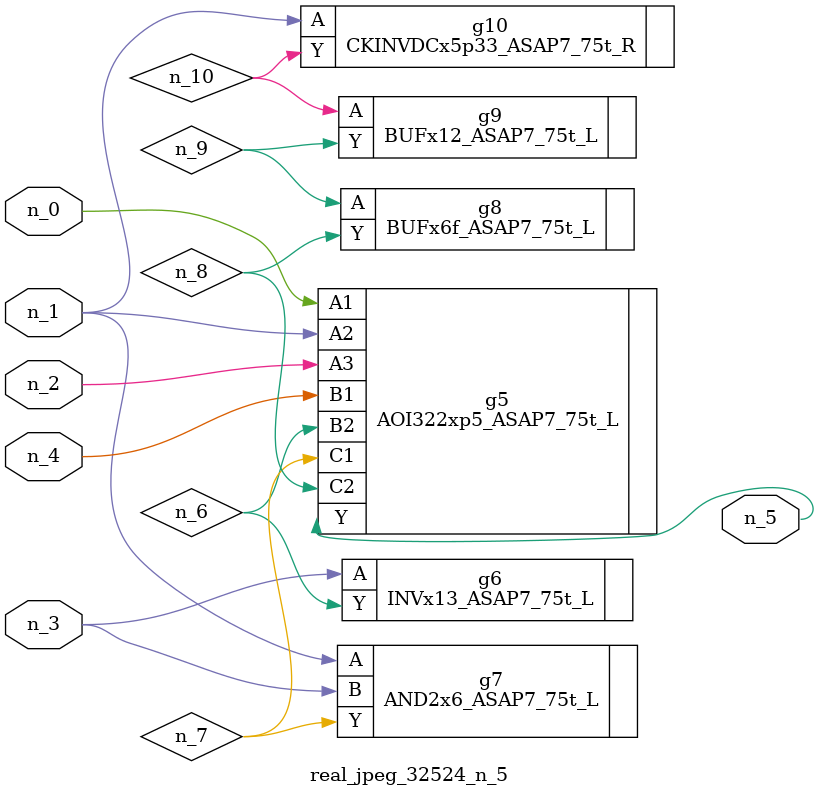
<source format=v>
module real_jpeg_32524_n_5 (n_4, n_0, n_1, n_2, n_3, n_5);

input n_4;
input n_0;
input n_1;
input n_2;
input n_3;

output n_5;

wire n_8;
wire n_6;
wire n_7;
wire n_10;
wire n_9;

AOI322xp5_ASAP7_75t_L g5 ( 
.A1(n_0),
.A2(n_1),
.A3(n_2),
.B1(n_4),
.B2(n_6),
.C1(n_7),
.C2(n_8),
.Y(n_5)
);

AND2x6_ASAP7_75t_L g7 ( 
.A(n_1),
.B(n_3),
.Y(n_7)
);

CKINVDCx5p33_ASAP7_75t_R g10 ( 
.A(n_1),
.Y(n_10)
);

INVx13_ASAP7_75t_L g6 ( 
.A(n_3),
.Y(n_6)
);

BUFx6f_ASAP7_75t_L g8 ( 
.A(n_9),
.Y(n_8)
);

BUFx12_ASAP7_75t_L g9 ( 
.A(n_10),
.Y(n_9)
);


endmodule
</source>
